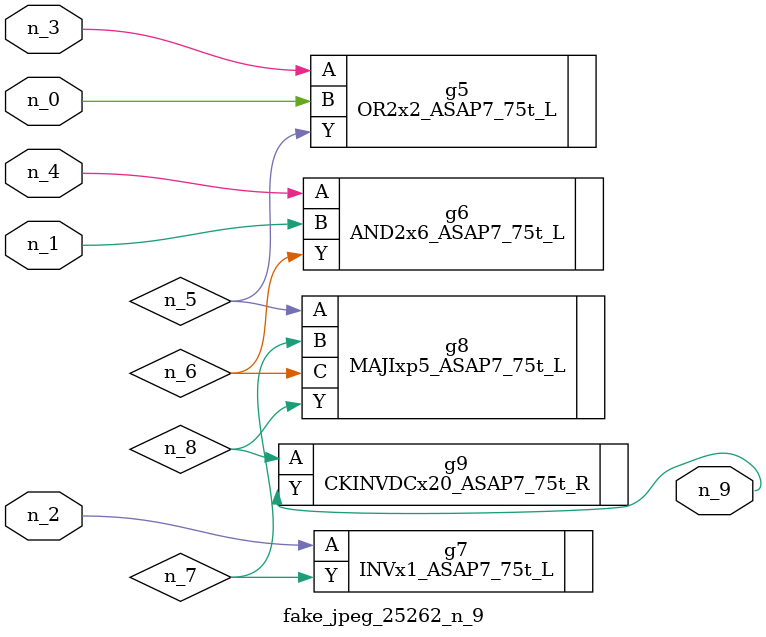
<source format=v>
module fake_jpeg_25262_n_9 (n_3, n_2, n_1, n_0, n_4, n_9);

input n_3;
input n_2;
input n_1;
input n_0;
input n_4;

output n_9;

wire n_8;
wire n_6;
wire n_5;
wire n_7;

OR2x2_ASAP7_75t_L g5 ( 
.A(n_3),
.B(n_0),
.Y(n_5)
);

AND2x6_ASAP7_75t_L g6 ( 
.A(n_4),
.B(n_1),
.Y(n_6)
);

INVx1_ASAP7_75t_L g7 ( 
.A(n_2),
.Y(n_7)
);

MAJIxp5_ASAP7_75t_L g8 ( 
.A(n_5),
.B(n_7),
.C(n_6),
.Y(n_8)
);

CKINVDCx20_ASAP7_75t_R g9 ( 
.A(n_8),
.Y(n_9)
);


endmodule
</source>
